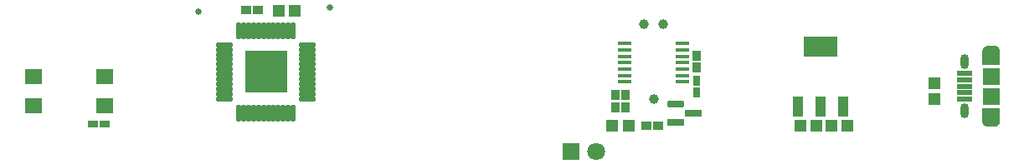
<source format=gbr>
%TF.GenerationSoftware,Altium Limited,Altium NEXUS,2.1.9 (83)*%
G04 Layer_Color=8388736*
%FSLAX44Y44*%
%MOMM*%
%TF.FileFunction,Soldermask,Top*%
%TF.Part,Single*%
G01*
G75*
%TA.AperFunction,SMDPad,CuDef*%
%ADD12R,1.4620X0.3548*%
%TA.AperFunction,ComponentPad*%
%ADD34C,1.0000*%
%TA.AperFunction,SMDPad,CuDef*%
%ADD48R,1.3032X1.2032*%
%ADD49R,4.2032X4.2032*%
G04:AMPARAMS|DCode=50|XSize=1.7632mm|YSize=0.4832mm|CornerRadius=0.1366mm|HoleSize=0mm|Usage=FLASHONLY|Rotation=0.000|XOffset=0mm|YOffset=0mm|HoleType=Round|Shape=RoundedRectangle|*
%AMROUNDEDRECTD50*
21,1,1.7632,0.2100,0,0,0.0*
21,1,1.4900,0.4832,0,0,0.0*
1,1,0.2732,0.7450,-0.1050*
1,1,0.2732,-0.7450,-0.1050*
1,1,0.2732,-0.7450,0.1050*
1,1,0.2732,0.7450,0.1050*
%
%ADD50ROUNDEDRECTD50*%
G04:AMPARAMS|DCode=51|XSize=1.7632mm|YSize=0.4832mm|CornerRadius=0.1366mm|HoleSize=0mm|Usage=FLASHONLY|Rotation=90.000|XOffset=0mm|YOffset=0mm|HoleType=Round|Shape=RoundedRectangle|*
%AMROUNDEDRECTD51*
21,1,1.7632,0.2100,0,0,90.0*
21,1,1.4900,0.4832,0,0,90.0*
1,1,0.2732,0.1050,0.7450*
1,1,0.2732,0.1050,-0.7450*
1,1,0.2732,-0.1050,-0.7450*
1,1,0.2732,-0.1050,0.7450*
%
%ADD51ROUNDEDRECTD51*%
%ADD52R,1.2032X1.2032*%
%ADD53R,1.0032X0.8032*%
%ADD54R,1.5532X0.6032*%
%ADD55R,1.7532X1.7032*%
%ADD56R,1.0032X0.9032*%
%ADD57R,1.7532X0.7532*%
G04:AMPARAMS|DCode=58|XSize=0.7532mm|YSize=1.7532mm|CornerRadius=0mm|HoleSize=0mm|Usage=FLASHONLY|Rotation=90.000|XOffset=0mm|YOffset=0mm|HoleType=Round|Shape=Octagon|*
%AMOCTAGOND58*
4,1,8,-0.8766,-0.1883,-0.8766,0.1883,-0.6883,0.3766,0.6883,0.3766,0.8766,0.1883,0.8766,-0.1883,0.6883,-0.3766,-0.6883,-0.3766,-0.8766,-0.1883,0.0*
%
%ADD58OCTAGOND58*%

%ADD59R,3.3932X2.0632*%
%ADD60R,1.1032X2.0632*%
%ADD61R,1.8032X1.6032*%
%ADD62R,0.9032X1.0032*%
%ADD63R,0.8032X1.0032*%
%ADD64R,1.2032X1.2032*%
%TA.AperFunction,ComponentPad*%
%ADD65C,1.8032*%
%ADD66R,1.8032X1.8032*%
%ADD67O,0.8532X1.5032*%
%ADD68O,1.7532X0.9782*%
%TA.AperFunction,ViaPad*%
%ADD69C,0.6532*%
G36*
X1823750Y402660D02*
Y388660D01*
X1823743Y388398D01*
X1823723Y388137D01*
X1823689Y387878D01*
X1823641Y387621D01*
X1823580Y387366D01*
X1823505Y387115D01*
X1823418Y386868D01*
X1823318Y386626D01*
X1823205Y386390D01*
X1823080Y386160D01*
X1822943Y385937D01*
X1822795Y385721D01*
X1822636Y385513D01*
X1822466Y385314D01*
X1822285Y385125D01*
X1822096Y384944D01*
X1821897Y384774D01*
X1821689Y384615D01*
X1821473Y384467D01*
X1821250Y384330D01*
X1821020Y384205D01*
X1820784Y384092D01*
X1820542Y383992D01*
X1820295Y383905D01*
X1820044Y383830D01*
X1819790Y383769D01*
X1819532Y383722D01*
X1819273Y383687D01*
X1819012Y383667D01*
X1818750Y383660D01*
X1811250D01*
X1810988Y383667D01*
X1810727Y383687D01*
X1810468Y383722D01*
X1810211Y383769D01*
X1809956Y383830D01*
X1809705Y383905D01*
X1809458Y383992D01*
X1809216Y384092D01*
X1808980Y384205D01*
X1808750Y384330D01*
X1808527Y384467D01*
X1808311Y384615D01*
X1808103Y384774D01*
X1807904Y384944D01*
X1807715Y385125D01*
X1807534Y385314D01*
X1807364Y385513D01*
X1807205Y385721D01*
X1807057Y385937D01*
X1806920Y386160D01*
X1806795Y386390D01*
X1806682Y386626D01*
X1806582Y386868D01*
X1806495Y387115D01*
X1806420Y387366D01*
X1806359Y387621D01*
X1806312Y387878D01*
X1806277Y388137D01*
X1806257Y388398D01*
X1806250Y388660D01*
Y402660D01*
X1823750D01*
D02*
G37*
G36*
X1806257Y460922D02*
X1806277Y461183D01*
X1806312Y461442D01*
X1806359Y461700D01*
X1806420Y461954D01*
X1806495Y462205D01*
X1806582Y462452D01*
X1806682Y462694D01*
X1806795Y462930D01*
X1806920Y463160D01*
X1807057Y463383D01*
X1807205Y463599D01*
X1807364Y463807D01*
X1807534Y464006D01*
X1807715Y464196D01*
X1807904Y464376D01*
X1808103Y464546D01*
X1808311Y464705D01*
X1808527Y464853D01*
X1808750Y464990D01*
X1808980Y465115D01*
X1809216Y465228D01*
X1809458Y465328D01*
X1809705Y465415D01*
X1809956Y465490D01*
X1810211Y465551D01*
X1810468Y465598D01*
X1810727Y465633D01*
X1810988Y465653D01*
X1811250Y465660D01*
X1818750D01*
X1819012Y465653D01*
X1819273Y465633D01*
X1819532Y465598D01*
X1819790Y465551D01*
X1820044Y465490D01*
X1820295Y465415D01*
X1820542Y465328D01*
X1820784Y465228D01*
X1821020Y465115D01*
X1821250Y464990D01*
X1821473Y464853D01*
X1821689Y464705D01*
X1821897Y464546D01*
X1822096Y464376D01*
X1822285Y464196D01*
X1822466Y464006D01*
X1822636Y463807D01*
X1822795Y463599D01*
X1822943Y463383D01*
X1823080Y463160D01*
X1823205Y462930D01*
X1823318Y462694D01*
X1823418Y462452D01*
X1823505Y462205D01*
X1823580Y461954D01*
X1823641Y461700D01*
X1823689Y461442D01*
X1823723Y461183D01*
X1823743Y460922D01*
X1823750Y460660D01*
Y446660D01*
X1806250D01*
Y460660D01*
X1806257Y460922D01*
D02*
G37*
D12*
X1502500Y468170D02*
D03*
Y461667D02*
D03*
Y455165D02*
D03*
Y448662D02*
D03*
Y442160D02*
D03*
Y435658D02*
D03*
Y429155D02*
D03*
X1444080D02*
D03*
Y435658D02*
D03*
Y442160D02*
D03*
Y448662D02*
D03*
Y455165D02*
D03*
Y461667D02*
D03*
Y468170D02*
D03*
D34*
X1463500Y487960D02*
D03*
X1473650Y411760D02*
D03*
X1483800Y487960D02*
D03*
D48*
X1431500Y384660D02*
D03*
X1448500D02*
D03*
D49*
X1081750Y439500D02*
D03*
D50*
X1123550Y467000D02*
D03*
Y462000D02*
D03*
Y457000D02*
D03*
Y452000D02*
D03*
Y447000D02*
D03*
Y442000D02*
D03*
Y437000D02*
D03*
Y432000D02*
D03*
Y427000D02*
D03*
Y422000D02*
D03*
Y417000D02*
D03*
Y412000D02*
D03*
X1039950D02*
D03*
Y417000D02*
D03*
Y422000D02*
D03*
Y427000D02*
D03*
Y432000D02*
D03*
Y437000D02*
D03*
Y442000D02*
D03*
Y447000D02*
D03*
Y452000D02*
D03*
Y457000D02*
D03*
Y462000D02*
D03*
Y467000D02*
D03*
D51*
X1054250Y481300D02*
D03*
X1059250D02*
D03*
X1064250D02*
D03*
X1069250D02*
D03*
X1074250D02*
D03*
X1079250D02*
D03*
X1084250D02*
D03*
X1089250D02*
D03*
X1094250D02*
D03*
X1099250D02*
D03*
X1104250D02*
D03*
X1109250D02*
D03*
Y397700D02*
D03*
X1104250D02*
D03*
X1099250D02*
D03*
X1094250D02*
D03*
X1089250D02*
D03*
X1084250D02*
D03*
X1079250D02*
D03*
X1074250D02*
D03*
X1069250D02*
D03*
X1064250D02*
D03*
X1059250D02*
D03*
X1054250D02*
D03*
D52*
X1095000Y501500D02*
D03*
X1111000D02*
D03*
X1622500Y384410D02*
D03*
X1638500D02*
D03*
X1653250Y384660D02*
D03*
X1669250D02*
D03*
D53*
X907000Y386660D02*
D03*
X919000D02*
D03*
D54*
X1788000Y411660D02*
D03*
Y418160D02*
D03*
Y424660D02*
D03*
Y431160D02*
D03*
Y437660D02*
D03*
D55*
X1815000Y414660D02*
D03*
Y434660D02*
D03*
D56*
X1061750Y502500D02*
D03*
X1073750D02*
D03*
X1478500Y384660D02*
D03*
X1466500D02*
D03*
D57*
X1514250Y397160D02*
D03*
X1495750Y387660D02*
D03*
D58*
Y406660D02*
D03*
D59*
X1642500Y465410D02*
D03*
D60*
X1665500Y403910D02*
D03*
X1642500D02*
D03*
X1619500D02*
D03*
D61*
X846500Y404660D02*
D03*
X918500D02*
D03*
X846500Y434660D02*
D03*
X918500D02*
D03*
D62*
X1435000Y403660D02*
D03*
Y415660D02*
D03*
X1445000Y403660D02*
D03*
Y415660D02*
D03*
X1517500Y443660D02*
D03*
Y455660D02*
D03*
D63*
X1517500Y430660D02*
D03*
Y418660D02*
D03*
D64*
X1757500Y427660D02*
D03*
Y411660D02*
D03*
D65*
X1415500Y358660D02*
D03*
D66*
X1390100D02*
D03*
D67*
X1788000Y399660D02*
D03*
Y449660D02*
D03*
D68*
X1815000Y389660D02*
D03*
Y459660D02*
D03*
D69*
X1070750Y428500D02*
D03*
Y450000D02*
D03*
X1092250D02*
D03*
X1092500Y428250D02*
D03*
X1013500Y500250D02*
D03*
X1146250Y505250D02*
D03*
%TF.MD5,86f24e7c880c44b1a558590bb8008822*%
M02*

</source>
